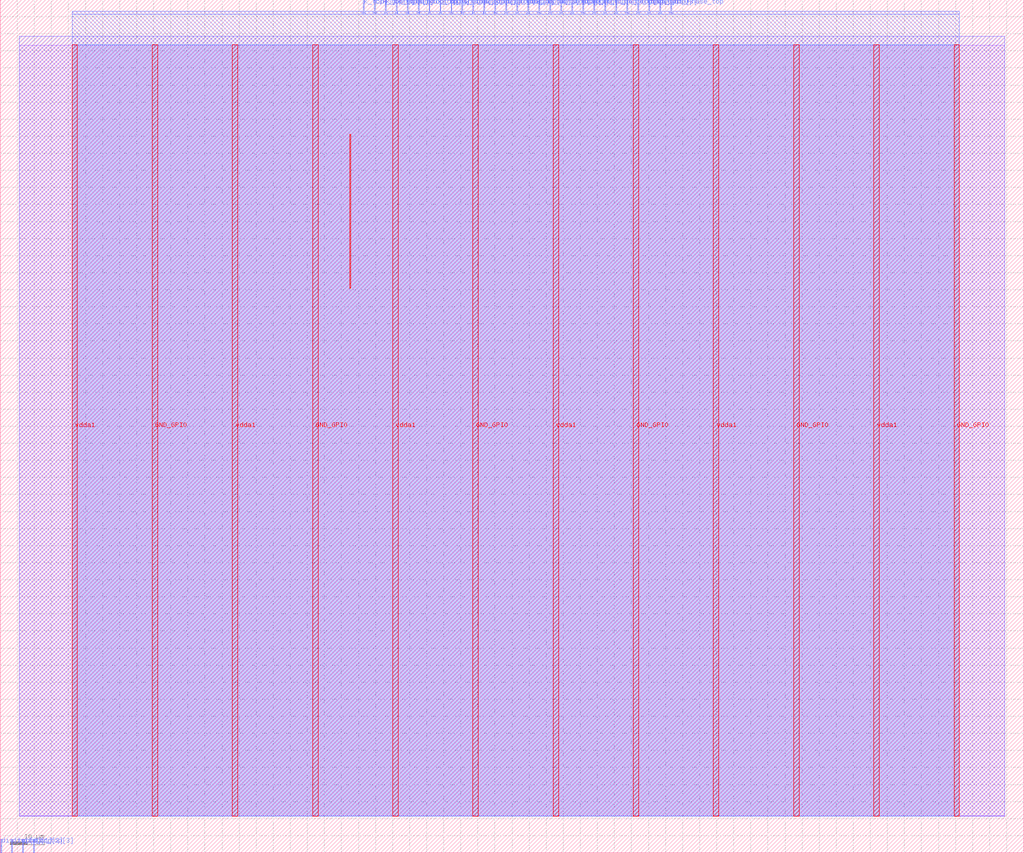
<source format=lef>
VERSION 5.7 ;
  NOWIREEXTENSIONATPIN ON ;
  DIVIDERCHAR "/" ;
  BUSBITCHARS "[]" ;
MACRO blackbox_test_3
  CLASS BLOCK ;
  FOREIGN blackbox_test_3 ;
  ORIGIN 0.000 0.000 ;
  SIZE 300.000 BY 250.000 ;
  PIN Dis_Phase_top
    DIRECTION INPUT ;
    USE SIGNAL ;
    ANTENNAGATEAREA 0.196500 ;
    PORT
      LAYER met2 ;
        RECT 196.510 246.000 196.790 250.000 ;
    END
  END Dis_Phase_top
  PIN GND_GPIO
    DIRECTION INOUT ;
    USE GROUND ;
    PORT
      LAYER met4 ;
        RECT 44.540 10.640 46.140 236.880 ;
    END
    PORT
      LAYER met4 ;
        RECT 91.540 10.640 93.140 236.880 ;
    END
    PORT
      LAYER met4 ;
        RECT 138.540 10.640 140.140 236.880 ;
    END
    PORT
      LAYER met4 ;
        RECT 185.540 10.640 187.140 236.880 ;
    END
    PORT
      LAYER met4 ;
        RECT 232.540 10.640 234.140 236.880 ;
    END
    PORT
      LAYER met4 ;
        RECT 279.540 10.640 281.140 236.880 ;
    END
  END GND_GPIO
  PIN clk_top[0]
    DIRECTION INPUT ;
    USE SIGNAL ;
    PORT
      LAYER met2 ;
        RECT 109.570 246.000 109.850 250.000 ;
    END
  END clk_top[0]
  PIN clk_top[1]
    DIRECTION INPUT ;
    USE SIGNAL ;
    PORT
      LAYER met2 ;
        RECT 154.650 246.000 154.930 250.000 ;
    END
  END clk_top[1]
  PIN clk_top[2]
    DIRECTION INPUT ;
    USE SIGNAL ;
    PORT
      LAYER met2 ;
        RECT 125.670 246.000 125.950 250.000 ;
    END
  END clk_top[2]
  PIN clk_top[3]
    DIRECTION INPUT ;
    USE SIGNAL ;
    PORT
      LAYER met2 ;
        RECT 157.870 246.000 158.150 250.000 ;
    END
  END clk_top[3]
  PIN dis_top[0]
    DIRECTION INPUT ;
    USE SIGNAL ;
    PORT
      LAYER met2 ;
        RECT 0.090 0.000 0.370 4.000 ;
    END
  END dis_top[0]
  PIN dis_top[1]
    DIRECTION INPUT ;
    USE SIGNAL ;
    PORT
      LAYER met2 ;
        RECT 3.310 0.000 3.590 4.000 ;
    END
  END dis_top[1]
  PIN dis_top[2]
    DIRECTION INPUT ;
    USE SIGNAL ;
    PORT
      LAYER met2 ;
        RECT 6.530 0.000 6.810 4.000 ;
    END
  END dis_top[2]
  PIN dis_top[3]
    DIRECTION INPUT ;
    USE SIGNAL ;
    PORT
      LAYER met2 ;
        RECT 9.750 0.000 10.030 4.000 ;
    END
  END dis_top[3]
  PIN k_bar_top[0]
    DIRECTION INPUT ;
    USE SIGNAL ;
    ANTENNAGATEAREA 0.196500 ;
    PORT
      LAYER met2 ;
        RECT 122.450 246.000 122.730 250.000 ;
    END
  END k_bar_top[0]
  PIN k_bar_top[1]
    DIRECTION INPUT ;
    USE SIGNAL ;
    ANTENNAGATEAREA 0.196500 ;
    PORT
      LAYER met2 ;
        RECT 164.310 246.000 164.590 250.000 ;
    END
  END k_bar_top[1]
  PIN k_bar_top[2]
    DIRECTION INPUT ;
    USE SIGNAL ;
    ANTENNAGATEAREA 0.196500 ;
    PORT
      LAYER met2 ;
        RECT 144.990 246.000 145.270 250.000 ;
    END
  END k_bar_top[2]
  PIN k_bar_top[3]
    DIRECTION INPUT ;
    USE SIGNAL ;
    ANTENNAGATEAREA 0.196500 ;
    PORT
      LAYER met2 ;
        RECT 112.790 246.000 113.070 250.000 ;
    END
  END k_bar_top[3]
  PIN k_top[0]
    DIRECTION INPUT ;
    USE SIGNAL ;
    ANTENNAGATEAREA 0.196500 ;
    PORT
      LAYER met2 ;
        RECT 170.750 246.000 171.030 250.000 ;
    END
  END k_top[0]
  PIN k_top[1]
    DIRECTION INPUT ;
    USE SIGNAL ;
    ANTENNAGATEAREA 0.196500 ;
    PORT
      LAYER met2 ;
        RECT 173.970 246.000 174.250 250.000 ;
    END
  END k_top[1]
  PIN k_top[2]
    DIRECTION INPUT ;
    USE SIGNAL ;
    ANTENNAGATEAREA 0.196500 ;
    PORT
      LAYER met2 ;
        RECT 141.770 246.000 142.050 250.000 ;
    END
  END k_top[2]
  PIN k_top[3]
    DIRECTION INPUT ;
    USE SIGNAL ;
    ANTENNAGATEAREA 0.196500 ;
    PORT
      LAYER met2 ;
        RECT 106.350 246.000 106.630 250.000 ;
    END
  END k_top[3]
  PIN s_bar_top[0]
    DIRECTION OUTPUT TRISTATE ;
    USE SIGNAL ;
    ANTENNADIFFAREA 0.795200 ;
    PORT
      LAYER met2 ;
        RECT 180.410 246.000 180.690 250.000 ;
    END
  END s_bar_top[0]
  PIN s_bar_top[1]
    DIRECTION OUTPUT TRISTATE ;
    USE SIGNAL ;
    ANTENNADIFFAREA 0.795200 ;
    PORT
      LAYER met2 ;
        RECT 119.230 246.000 119.510 250.000 ;
    END
  END s_bar_top[1]
  PIN s_bar_top[2]
    DIRECTION OUTPUT TRISTATE ;
    USE SIGNAL ;
    ANTENNADIFFAREA 0.795200 ;
    PORT
      LAYER met2 ;
        RECT 138.550 246.000 138.830 250.000 ;
    END
  END s_bar_top[2]
  PIN s_bar_top[3]
    DIRECTION OUTPUT TRISTATE ;
    USE SIGNAL ;
    ANTENNADIFFAREA 0.795200 ;
    PORT
      LAYER met2 ;
        RECT 161.090 246.000 161.370 250.000 ;
    END
  END s_bar_top[3]
  PIN s_top[0]
    DIRECTION OUTPUT TRISTATE ;
    USE SIGNAL ;
    ANTENNADIFFAREA 0.795200 ;
    PORT
      LAYER met2 ;
        RECT 167.530 246.000 167.810 250.000 ;
    END
  END s_top[0]
  PIN s_top[1]
    DIRECTION OUTPUT TRISTATE ;
    USE SIGNAL ;
    ANTENNADIFFAREA 0.795200 ;
    PORT
      LAYER met2 ;
        RECT 151.430 246.000 151.710 250.000 ;
    END
  END s_top[1]
  PIN s_top[2]
    DIRECTION OUTPUT TRISTATE ;
    USE SIGNAL ;
    ANTENNADIFFAREA 0.795200 ;
    PORT
      LAYER met2 ;
        RECT 135.330 246.000 135.610 250.000 ;
    END
  END s_top[2]
  PIN s_top[3]
    DIRECTION OUTPUT TRISTATE ;
    USE SIGNAL ;
    ANTENNADIFFAREA 0.795200 ;
    PORT
      LAYER met2 ;
        RECT 177.190 246.000 177.470 250.000 ;
    END
  END s_top[3]
  PIN vdda1
    DIRECTION INOUT ;
    USE POWER ;
    PORT
      LAYER met4 ;
        RECT 21.040 10.640 22.640 236.880 ;
    END
    PORT
      LAYER met4 ;
        RECT 68.040 10.640 69.640 236.880 ;
    END
    PORT
      LAYER met4 ;
        RECT 115.040 10.640 116.640 236.880 ;
    END
    PORT
      LAYER met4 ;
        RECT 162.040 10.640 163.640 236.880 ;
    END
    PORT
      LAYER met4 ;
        RECT 209.040 10.640 210.640 236.880 ;
    END
    PORT
      LAYER met4 ;
        RECT 256.040 10.640 257.640 236.880 ;
    END
  END vdda1
  PIN x_bar_top[0]
    DIRECTION INPUT ;
    USE SIGNAL ;
    ANTENNAGATEAREA 0.196500 ;
    PORT
      LAYER met2 ;
        RECT 183.630 246.000 183.910 250.000 ;
    END
  END x_bar_top[0]
  PIN x_bar_top[1]
    DIRECTION INPUT ;
    USE SIGNAL ;
    ANTENNAGATEAREA 0.196500 ;
    PORT
      LAYER met2 ;
        RECT 148.210 246.000 148.490 250.000 ;
    END
  END x_bar_top[1]
  PIN x_bar_top[2]
    DIRECTION INPUT ;
    USE SIGNAL ;
    ANTENNAGATEAREA 0.196500 ;
    PORT
      LAYER met2 ;
        RECT 132.110 246.000 132.390 250.000 ;
    END
  END x_bar_top[2]
  PIN x_bar_top[3]
    DIRECTION INPUT ;
    USE SIGNAL ;
    ANTENNAGATEAREA 0.126000 ;
    PORT
      LAYER met2 ;
        RECT 190.070 246.000 190.350 250.000 ;
    END
  END x_bar_top[3]
  PIN x_top[0]
    DIRECTION INPUT ;
    USE SIGNAL ;
    ANTENNAGATEAREA 0.196500 ;
    PORT
      LAYER met2 ;
        RECT 193.290 246.000 193.570 250.000 ;
    END
  END x_top[0]
  PIN x_top[1]
    DIRECTION INPUT ;
    USE SIGNAL ;
    ANTENNAGATEAREA 0.196500 ;
    PORT
      LAYER met2 ;
        RECT 116.010 246.000 116.290 250.000 ;
    END
  END x_top[1]
  PIN x_top[2]
    DIRECTION INPUT ;
    USE SIGNAL ;
    ANTENNAGATEAREA 0.196500 ;
    PORT
      LAYER met2 ;
        RECT 128.890 246.000 129.170 250.000 ;
    END
  END x_top[2]
  PIN x_top[3]
    DIRECTION INPUT ;
    USE SIGNAL ;
    ANTENNAGATEAREA 0.126000 ;
    PORT
      LAYER met2 ;
        RECT 186.850 246.000 187.130 250.000 ;
    END
  END x_top[3]
  OBS
      LAYER li1 ;
        RECT 5.520 10.795 294.400 236.725 ;
      LAYER met1 ;
        RECT 5.520 10.640 294.400 239.320 ;
      LAYER met2 ;
        RECT 21.070 245.720 106.070 246.570 ;
        RECT 106.910 245.720 109.290 246.570 ;
        RECT 110.130 245.720 112.510 246.570 ;
        RECT 113.350 245.720 115.730 246.570 ;
        RECT 116.570 245.720 118.950 246.570 ;
        RECT 119.790 245.720 122.170 246.570 ;
        RECT 123.010 245.720 125.390 246.570 ;
        RECT 126.230 245.720 128.610 246.570 ;
        RECT 129.450 245.720 131.830 246.570 ;
        RECT 132.670 245.720 135.050 246.570 ;
        RECT 135.890 245.720 138.270 246.570 ;
        RECT 139.110 245.720 141.490 246.570 ;
        RECT 142.330 245.720 144.710 246.570 ;
        RECT 145.550 245.720 147.930 246.570 ;
        RECT 148.770 245.720 151.150 246.570 ;
        RECT 151.990 245.720 154.370 246.570 ;
        RECT 155.210 245.720 157.590 246.570 ;
        RECT 158.430 245.720 160.810 246.570 ;
        RECT 161.650 245.720 164.030 246.570 ;
        RECT 164.870 245.720 167.250 246.570 ;
        RECT 168.090 245.720 170.470 246.570 ;
        RECT 171.310 245.720 173.690 246.570 ;
        RECT 174.530 245.720 176.910 246.570 ;
        RECT 177.750 245.720 180.130 246.570 ;
        RECT 180.970 245.720 183.350 246.570 ;
        RECT 184.190 245.720 186.570 246.570 ;
        RECT 187.410 245.720 189.790 246.570 ;
        RECT 190.630 245.720 193.010 246.570 ;
        RECT 193.850 245.720 196.230 246.570 ;
        RECT 197.070 245.720 281.110 246.570 ;
        RECT 21.070 10.695 281.110 245.720 ;
      LAYER met3 ;
        RECT 21.050 10.715 281.130 236.805 ;
      LAYER met4 ;
        RECT 102.415 165.415 102.745 210.625 ;
  END
END blackbox_test_3
END LIBRARY


</source>
